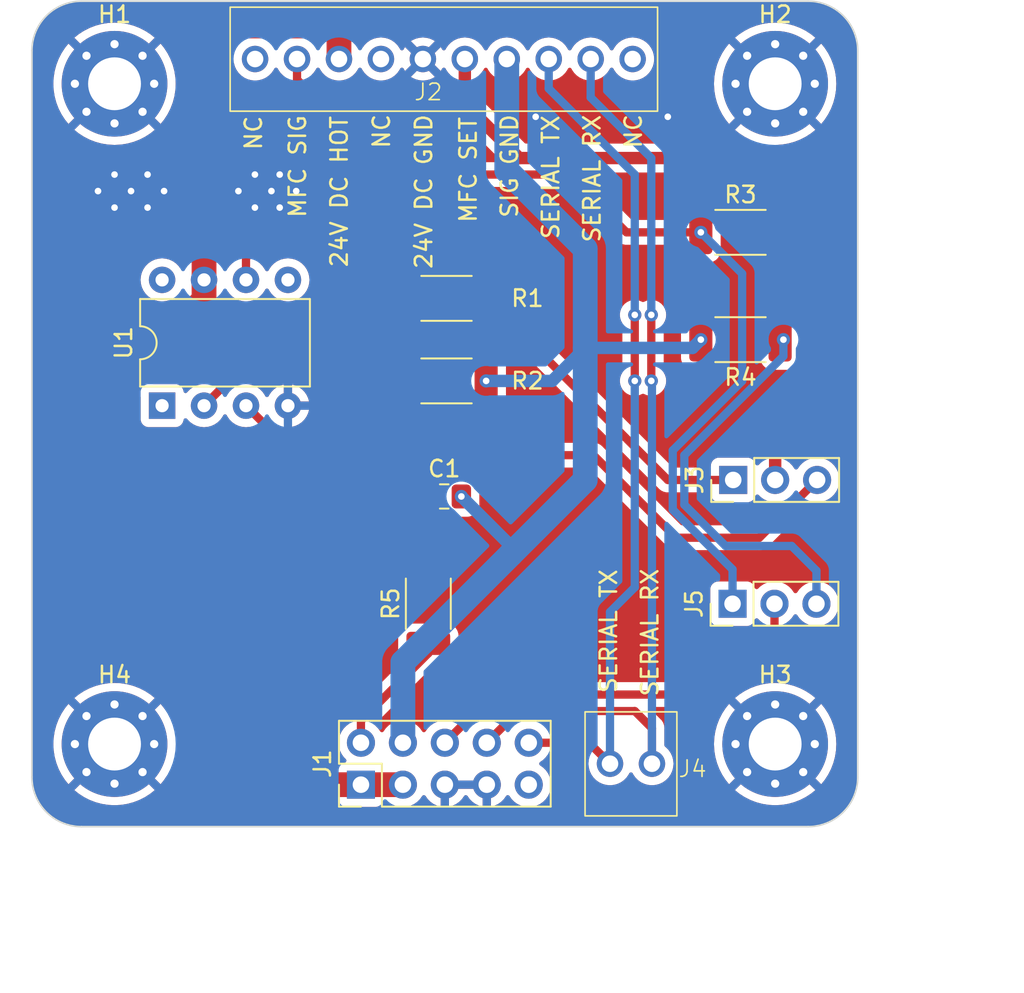
<source format=kicad_pcb>
(kicad_pcb (version 20221018) (generator pcbnew)
  (layers (0 "F.Cu" signal) (31 "B.Cu" signal) (34 "B.Paste" user) (35 "F.Paste" user) (36 "B.SilkS" user "B.Silkscreen") (37 "F.SilkS" user "F.Silkscreen") (38 "B.Mask" user) (39 "F.Mask" user) (44 "Edge.Cuts" user))
  (net 0 "")
  (net 1 "24VDC_GND")
  (net 2 "24VDC_HOT")
  (net 3 "MFC_serialTX")
  (net 4 "MFC_serialRX")
  (net 5 "arduino_GND")
  (net 6 "MFC_setpoint_arduino")
  (net 7 "MFC_actual_arduino")
  (net 10 "MFC_actual")
  (net 12 "MFC_setpoint")
  (net 14 "MFC_setpoint_amplified")
  (net 15 "MFC_actual_divided")
  (net 16 "Net-(U1--)")
  (net 20 "MFC_setpoint_filtered")
  (footprint "customFootprints:multicomp_screwTerminal_10Way_MP008518" (layer "F.Cu") (at 12 0.36)
    (fp_text reference "J2" (at 12 5.14 unlocked) (layer "F.SilkS") (effects (font (thickness 0.1))))
    (fp_text value "Conn_01x10")
    (fp_rect (start 0 0) (end 25.88 6.3) (stroke (width 0.1)) (fill none) (layer "F.SilkS"))
    (pad "1" thru_hole circle (at 1.51 3.14) (size 1.6 1.6) (drill 1) (layers "*.Cu" "*.Mask"))
    (pad "2" thru_hole circle (at 4.05 3.14) (size 1.6 1.6) (drill 1) (layers "*.Cu" "*.Mask") (net 10 "MFC_actual"))
    (pad "3" thru_hole circle (at 6.59 3.14) (size 1.6 1.6) (drill 1) (layers "*.Cu" "*.Mask") (net 2 "24VDC_HOT"))
    (pad "4" thru_hole circle (at 9.13 3.14) (size 1.6 1.6) (drill 1) (layers "*.Cu" "*.Mask"))
    (pad "5" thru_hole circle (at 11.67 3.14) (size 1.6 1.6) (drill 1) (layers "*.Cu" "*.Mask") (net 1 "24VDC_GND"))
    (pad "6" thru_hole circle (at 14.21 3.14) (size 1.6 1.6) (drill 1) (layers "*.Cu" "*.Mask") (net 12 "MFC_setpoint"))
    (pad "7" thru_hole circle (at 16.75 3.14) (size 1.6 1.6) (drill 1) (layers "*.Cu" "*.Mask") (net 5 "arduino_GND"))
    (pad "8" thru_hole circle (at 19.29 3.14) (size 1.6 1.6) (drill 1) (layers "*.Cu" "*.Mask") (net 3 "MFC_serialTX"))
    (pad "9" thru_hole circle (at 21.83 3.14) (size 1.6 1.6) (drill 1) (layers "*.Cu" "*.Mask") (net 4 "MFC_serialRX"))
    (pad "10" thru_hole circle (at 24.37 3.14) (size 1.6 1.6) (drill 1) (layers "*.Cu" "*.Mask"))
  )
  (footprint "customFootprints:multicomp_screwTerminal_2Way_MP008513" (layer "F.Cu") (at 33.49 43.05)
    (fp_text reference "J4" (at 6.51 3.45 unlocked) (layer "F.SilkS") (effects (font (thickness 0.1))))
    (fp_text value "Conn_01x02")
    (fp_rect (start 0 0) (end 5.56 6.3) (stroke (width 0.1)) (fill none) (layer "F.SilkS"))
    (pad "1" thru_hole circle (at 1.51 3.14) (size 1.6 1.6) (drill 1) (layers "*.Cu" "*.Mask") (net 3 "MFC_serialTX"))
    (pad "2" thru_hole circle (at 4.05 3.14) (size 1.6 1.6) (drill 1) (layers "*.Cu" "*.Mask") (net 4 "MFC_serialRX"))
  )
  (footprint "Resistor_SMD:R_2010_5025Metric_Pad1.40x2.65mm_HandSolder" (layer "F.Cu") (at 42.9 14)
    (fp_text reference "R3" (at 0 -2.28) (layer "F.SilkS"))
    (fp_text value "R1M")
    (fp_line (start -1.527064 -1.36) (end 1.527064 -1.36) (stroke (width 0.12)) (layer "F.SilkS"))
    (fp_line (start -1.527064 1.36) (end 1.527064 1.36) (stroke (width 0.12)) (layer "F.SilkS"))
    (pad "1" smd roundrect (at -2.4 0) (size 1.4 2.65) (layers "F.Cu" "F.Paste" "F.Mask") (roundrect_rratio 0.1785707143) (net 10 "MFC_actual"))
    (pad "2" smd roundrect (at 2.4 0) (size 1.4 2.65) (layers "F.Cu" "F.Paste" "F.Mask") (roundrect_rratio 0.1785707143) (net 15 "MFC_actual_divided"))
  )
  (footprint "Package_DIP:DIP-8_W7.62mm" (layer "F.Cu") (at 7.88 24.5 90)
    (fp_text reference "U1" (at 3.81 -2.33 90) (layer "F.SilkS"))
    (fp_text value "AD797")
    (fp_line (start 1.16 -1.33) (end 1.16 8.95) (stroke (width 0.12)) (layer "F.SilkS"))
    (fp_line (start 1.16 8.95) (end 6.46 8.95) (stroke (width 0.12)) (layer "F.SilkS"))
    (fp_line (start 2.81 -1.33) (end 1.16 -1.33) (stroke (width 0.12)) (layer "F.SilkS"))
    (fp_line (start 6.46 -1.33) (end 4.81 -1.33) (stroke (width 0.12)) (layer "F.SilkS"))
    (fp_line (start 6.46 8.95) (end 6.46 -1.33) (stroke (width 0.12)) (layer "F.SilkS"))
    (fp_arc (start 4.81 -1.33) (mid 3.81 -0.33) (end 2.81 -1.33) (stroke (width 0.12)) (layer "F.SilkS"))
    (pad "1" thru_hole rect (at 0 0 90) (size 1.6 1.6) (drill 0.8) (layers "*.Cu" "*.Mask"))
    (pad "2" thru_hole oval (at 0 2.54 90) (size 1.6 1.6) (drill 0.8) (layers "*.Cu" "*.Mask") (net 16 "Net-(U1--)"))
    (pad "3" thru_hole oval (at 0 5.08 90) (size 1.6 1.6) (drill 0.8) (layers "*.Cu" "*.Mask") (net 20 "MFC_setpoint_filtered"))
    (pad "4" thru_hole oval (at 0 7.62 90) (size 1.6 1.6) (drill 0.8) (layers "*.Cu" "*.Mask") (net 1 "24VDC_GND"))
    (pad "5" thru_hole oval (at 7.62 7.62 90) (size 1.6 1.6) (drill 0.8) (layers "*.Cu" "*.Mask"))
    (pad "6" thru_hole oval (at 7.62 5.08 90) (size 1.6 1.6) (drill 0.8) (layers "*.Cu" "*.Mask") (net 14 "MFC_setpoint_amplified"))
    (pad "7" thru_hole oval (at 7.62 2.54 90) (size 1.6 1.6) (drill 0.8) (layers "*.Cu" "*.Mask") (net 2 "24VDC_HOT"))
    (pad "8" thru_hole oval (at 7.62 0 90) (size 1.6 1.6) (drill 0.8) (layers "*.Cu" "*.Mask"))
  )
  (footprint "Connector_PinHeader_2.54mm:PinHeader_2x05_P2.54mm_Vertical" (layer "F.Cu") (at 19.92 47.46 90)
    (fp_text reference "J1" (at 1.27 -2.33 90) (layer "F.SilkS"))
    (fp_text value "Conn_02x05_Odd_Even")
    (fp_line (start -1.33 -1.33) (end 0 -1.33) (stroke (width 0.12)) (layer "F.SilkS"))
    (fp_line (start -1.33 0) (end -1.33 -1.33) (stroke (width 0.12)) (layer "F.SilkS"))
    (fp_line (start -1.33 1.27) (end -1.33 11.49) (stroke (width 0.12)) (layer "F.SilkS"))
    (fp_line (start -1.33 1.27) (end 1.27 1.27) (stroke (width 0.12)) (layer "F.SilkS"))
    (fp_line (start -1.33 11.49) (end 3.87 11.49) (stroke (width 0.12)) (layer "F.SilkS"))
    (fp_line (start 1.27 -1.33) (end 3.87 -1.33) (stroke (width 0.12)) (layer "F.SilkS"))
    (fp_line (start 1.27 1.27) (end 1.27 -1.33) (stroke (width 0.12)) (layer "F.SilkS"))
    (fp_line (start 3.87 -1.33) (end 3.87 11.49) (stroke (width 0.12)) (layer "F.SilkS"))
    (pad "1" thru_hole rect (at 0 0 90) (size 1.7 1.7) (drill 1) (layers "*.Cu" "*.Mask") (net 2 "24VDC_HOT"))
    (pad "2" thru_hole oval (at 2.54 0 90) (size 1.7 1.7) (drill 1) (layers "*.Cu" "*.Mask") (net 6 "MFC_setpoint_arduino"))
    (pad "3" thru_hole oval (at 0 2.54 90) (size 1.7 1.7) (drill 1) (layers "*.Cu" "*.Mask") (net 2 "24VDC_HOT"))
    (pad "4" thru_hole oval (at 2.54 2.54 90) (size 1.7 1.7) (drill 1) (layers "*.Cu" "*.Mask") (net 5 "arduino_GND"))
    (pad "5" thru_hole oval (at 0 5.08 90) (size 1.7 1.7) (drill 1) (layers "*.Cu" "*.Mask") (net 1 "24VDC_GND"))
    (pad "6" thru_hole oval (at 2.54 5.08 90) (size 1.7 1.7) (drill 1) (layers "*.Cu" "*.Mask") (net 7 "MFC_actual_arduino"))
    (pad "7" thru_hole oval (at 0 7.62 90) (size 1.7 1.7) (drill 1) (layers "*.Cu" "*.Mask") (net 1 "24VDC_GND"))
    (pad "8" thru_hole oval (at 2.54 7.62 90) (size 1.7 1.7) (drill 1) (layers "*.Cu" "*.Mask") (net 4 "MFC_serialRX"))
    (pad "9" thru_hole oval (at 0 10.16 90) (size 1.7 1.7) (drill 1) (layers "*.Cu" "*.Mask"))
    (pad "10" thru_hole oval (at 2.54 10.16 90) (size 1.7 1.7) (drill 1) (layers "*.Cu" "*.Mask") (net 3 "MFC_serialTX"))
  )
  (footprint "MountingHole:MountingHole_3.2mm_M3_Pad_Via" (layer "F.Cu") (at 5 45)
    (fp_text reference "H4" (at 0 -4.2) (layer "F.SilkS"))
    (fp_text value "MountingHole_Pad")
    (pad "1" thru_hole circle (at -2.4 0) (size 0.8 0.8) (drill 0.5) (layers "*.Cu" "*.Mask") (net 1 "24VDC_GND"))
    (pad "1" thru_hole circle (at -1.697056 -1.697056) (size 0.8 0.8) (drill 0.5) (layers "*.Cu" "*.Mask") (net 1 "24VDC_GND"))
    (pad "1" thru_hole circle (at -1.697056 1.697056) (size 0.8 0.8) (drill 0.5) (layers "*.Cu" "*.Mask") (net 1 "24VDC_GND"))
    (pad "1" thru_hole circle (at 0 -2.4) (size 0.8 0.8) (drill 0.5) (layers "*.Cu" "*.Mask") (net 1 "24VDC_GND"))
    (pad "1" thru_hole circle (at 0 0) (size 6.4 6.4) (drill 3.2) (layers "*.Cu" "*.Mask") (net 1 "24VDC_GND"))
    (pad "1" thru_hole circle (at 0 2.4) (size 0.8 0.8) (drill 0.5) (layers "*.Cu" "*.Mask") (net 1 "24VDC_GND"))
    (pad "1" thru_hole circle (at 1.697056 -1.697056) (size 0.8 0.8) (drill 0.5) (layers "*.Cu" "*.Mask") (net 1 "24VDC_GND"))
    (pad "1" thru_hole circle (at 1.697056 1.697056) (size 0.8 0.8) (drill 0.5) (layers "*.Cu" "*.Mask") (net 1 "24VDC_GND"))
    (pad "1" thru_hole circle (at 2.4 0) (size 0.8 0.8) (drill 0.5) (layers "*.Cu" "*.Mask") (net 1 "24VDC_GND"))
  )
  (footprint "Connector_PinHeader_2.54mm:PinHeader_1x03_P2.54mm_Vertical" (layer "F.Cu") (at 42.46 29 90)
    (fp_text reference "J3" (at 0 -2.33 90) (layer "F.SilkS"))
    (fp_text value "Conn_01x03")
    (fp_line (start -1.33 -1.33) (end 0 -1.33) (stroke (width 0.12)) (layer "F.SilkS"))
    (fp_line (start -1.33 0) (end -1.33 -1.33) (stroke (width 0.12)) (layer "F.SilkS"))
    (fp_line (start -1.33 1.27) (end -1.33 6.41) (stroke (width 0.12)) (layer "F.SilkS"))
    (fp_line (start -1.33 1.27) (end 1.33 1.27) (stroke (width 0.12)) (layer "F.SilkS"))
    (fp_line (start -1.33 6.41) (end 1.33 6.41) (stroke (width 0.12)) (layer "F.SilkS"))
    (fp_line (start 1.33 1.27) (end 1.33 6.41) (stroke (width 0.12)) (layer "F.SilkS"))
    (pad "1" thru_hole rect (at 0 0 90) (size 1.7 1.7) (drill 1) (layers "*.Cu" "*.Mask") (net 14 "MFC_setpoint_amplified"))
    (pad "2" thru_hole oval (at 0 2.54 90) (size 1.7 1.7) (drill 1) (layers "*.Cu" "*.Mask") (net 12 "MFC_setpoint"))
    (pad "3" thru_hole oval (at 0 5.08 90) (size 1.7 1.7) (drill 1) (layers "*.Cu" "*.Mask") (net 20 "MFC_setpoint_filtered"))
  )
  (footprint "Resistor_SMD:R_2010_5025Metric_Pad1.40x2.65mm_HandSolder" (layer "F.Cu") (at 25.1 18)
    (fp_text reference "R1" (at 4.9 0) (layer "F.SilkS"))
    (fp_text value "R1M")
    (fp_line (start -1.527064 -1.36) (end 1.527064 -1.36) (stroke (width 0.12)) (layer "F.SilkS"))
    (fp_line (start -1.527064 1.36) (end 1.527064 1.36) (stroke (width 0.12)) (layer "F.SilkS"))
    (pad "1" smd roundrect (at -2.4 0) (size 1.4 2.65) (layers "F.Cu" "F.Paste" "F.Mask") (roundrect_rratio 0.1785707143) (net 16 "Net-(U1--)"))
    (pad "2" smd roundrect (at 2.4 0) (size 1.4 2.65) (layers "F.Cu" "F.Paste" "F.Mask") (roundrect_rratio 0.1785707143) (net 14 "MFC_setpoint_amplified"))
  )
  (footprint "Resistor_SMD:R_2010_5025Metric_Pad1.40x2.65mm_HandSolder" (layer "F.Cu") (at 25.1 23)
    (fp_text reference "R2" (at 4.9 0) (layer "F.SilkS"))
    (fp_text value "R1M")
    (fp_line (start -1.527064 -1.36) (end 1.527064 -1.36) (stroke (width 0.12)) (layer "F.SilkS"))
    (fp_line (start -1.527064 1.36) (end 1.527064 1.36) (stroke (width 0.12)) (layer "F.SilkS"))
    (pad "1" smd roundrect (at -2.4 0) (size 1.4 2.65) (layers "F.Cu" "F.Paste" "F.Mask") (roundrect_rratio 0.1785707143) (net 16 "Net-(U1--)"))
    (pad "2" smd roundrect (at 2.4 0) (size 1.4 2.65) (layers "F.Cu" "F.Paste" "F.Mask") (roundrect_rratio 0.1785707143) (net 5 "arduino_GND"))
  )
  (footprint "Resistor_SMD:R_2010_5025Metric_Pad1.40x2.65mm_HandSolder" (layer "F.Cu") (at 42.9 20.5 180)
    (fp_text reference "R4" (at 0 -2.28) (layer "F.SilkS"))
    (fp_text value "R1M")
    (fp_line (start -1.527064 -1.36) (end 1.527064 -1.36) (stroke (width 0.12)) (layer "F.SilkS"))
    (fp_line (start -1.527064 1.36) (end 1.527064 1.36) (stroke (width 0.12)) (layer "F.SilkS"))
    (pad "1" smd roundrect (at -2.4 0 180) (size 1.4 2.65) (layers "F.Cu" "F.Paste" "F.Mask") (roundrect_rratio 0.1785707143) (net 15 "MFC_actual_divided"))
    (pad "2" smd roundrect (at 2.4 0 180) (size 1.4 2.65) (layers "F.Cu" "F.Paste" "F.Mask") (roundrect_rratio 0.1785707143) (net 5 "arduino_GND"))
  )
  (footprint "Capacitor_SMD:C_0805_2012Metric_Pad1.18x1.45mm_HandSolder" (layer "F.Cu") (at 24.9625 30)
    (fp_text reference "C1" (at 0 -1.68) (layer "F.SilkS"))
    (fp_text value "C3000pF")
    (fp_line (start -0.261252 -0.735) (end 0.261252 -0.735) (stroke (width 0.12)) (layer "F.SilkS"))
    (fp_line (start -0.261252 0.735) (end 0.261252 0.735) (stroke (width 0.12)) (layer "F.SilkS"))
    (pad "1" smd roundrect (at -1.0375 0) (size 1.175 1.45) (layers "F.Cu" "F.Paste" "F.Mask") (roundrect_rratio 0.2127659574) (net 20 "MFC_setpoint_filtered"))
    (pad "2" smd roundrect (at 1.0375 0) (size 1.175 1.45) (layers "F.Cu" "F.Paste" "F.Mask") (roundrect_rratio 0.2127659574) (net 5 "arduino_GND"))
  )
  (footprint "MountingHole:MountingHole_3.2mm_M3_Pad_Via" (layer "F.Cu") (at 5 5)
    (fp_text reference "H1" (at 0 -4.2) (layer "F.SilkS"))
    (fp_text value "MountingHole_Pad")
    (pad "1" thru_hole circle (at -2.4 0) (size 0.8 0.8) (drill 0.5) (layers "*.Cu" "*.Mask") (net 1 "24VDC_GND"))
    (pad "1" thru_hole circle (at -1.697056 -1.697056) (size 0.8 0.8) (drill 0.5) (layers "*.Cu" "*.Mask") (net 1 "24VDC_GND"))
    (pad "1" thru_hole circle (at -1.697056 1.697056) (size 0.8 0.8) (drill 0.5) (layers "*.Cu" "*.Mask") (net 1 "24VDC_GND"))
    (pad "1" thru_hole circle (at 0 -2.4) (size 0.8 0.8) (drill 0.5) (layers "*.Cu" "*.Mask") (net 1 "24VDC_GND"))
    (pad "1" thru_hole circle (at 0 0) (size 6.4 6.4) (drill 3.2) (layers "*.Cu" "*.Mask") (net 1 "24VDC_GND"))
    (pad "1" thru_hole circle (at 0 2.4) (size 0.8 0.8) (drill 0.5) (layers "*.Cu" "*.Mask") (net 1 "24VDC_GND"))
    (pad "1" thru_hole circle (at 1.697056 -1.697056) (size 0.8 0.8) (drill 0.5) (layers "*.Cu" "*.Mask") (net 1 "24VDC_GND"))
    (pad "1" thru_hole circle (at 1.697056 1.697056) (size 0.8 0.8) (drill 0.5) (layers "*.Cu" "*.Mask") (net 1 "24VDC_GND"))
    (pad "1" thru_hole circle (at 2.4 0) (size 0.8 0.8) (drill 0.5) (layers "*.Cu" "*.Mask") (net 1 "24VDC_GND"))
  )
  (footprint "Resistor_SMD:R_2010_5025Metric_Pad1.40x2.65mm_HandSolder" (layer "F.Cu") (at 24 36.5 90)
    (fp_text reference "R5" (at 0 -2.28 90) (layer "F.SilkS"))
    (fp_text value "R10k")
    (fp_line (start -1.527064 -1.36) (end 1.527064 -1.36) (stroke (width 0.12)) (layer "F.SilkS"))
    (fp_line (start -1.527064 1.36) (end 1.527064 1.36) (stroke (width 0.12)) (layer "F.SilkS"))
    (pad "1" smd roundrect (at -2.4 0 90) (size 1.4 2.65) (layers "F.Cu" "F.Paste" "F.Mask") (roundrect_rratio 0.1785707143) (net 6 "MFC_setpoint_arduino"))
    (pad "2" smd roundrect (at 2.4 0 90) (size 1.4 2.65) (layers "F.Cu" "F.Paste" "F.Mask") (roundrect_rratio 0.1785707143) (net 20 "MFC_setpoint_filtered"))
  )
  (footprint "MountingHole:MountingHole_3.2mm_M3_Pad_Via" (layer "F.Cu") (at 45 5)
    (fp_text reference "H2" (at 0 -4.2) (layer "F.SilkS"))
    (fp_text value "MountingHole_Pad")
    (pad "1" thru_hole circle (at -2.4 0) (size 0.8 0.8) (drill 0.5) (layers "*.Cu" "*.Mask") (net 1 "24VDC_GND"))
    (pad "1" thru_hole circle (at -1.697056 -1.697056) (size 0.8 0.8) (drill 0.5) (layers "*.Cu" "*.Mask") (net 1 "24VDC_GND"))
    (pad "1" thru_hole circle (at -1.697056 1.697056) (size 0.8 0.8) (drill 0.5) (layers "*.Cu" "*.Mask") (net 1 "24VDC_GND"))
    (pad "1" thru_hole circle (at 0 -2.4) (size 0.8 0.8) (drill 0.5) (layers "*.Cu" "*.Mask") (net 1 "24VDC_GND"))
    (pad "1" thru_hole circle (at 0 0) (size 6.4 6.4) (drill 3.2) (layers "*.Cu" "*.Mask") (net 1 "24VDC_GND"))
    (pad "1" thru_hole circle (at 0 2.4) (size 0.8 0.8) (drill 0.5) (layers "*.Cu" "*.Mask") (net 1 "24VDC_GND"))
    (pad "1" thru_hole circle (at 1.697056 -1.697056) (size 0.8 0.8) (drill 0.5) (layers "*.Cu" "*.Mask") (net 1 "24VDC_GND"))
    (pad "1" thru_hole circle (at 1.697056 1.697056) (size 0.8 0.8) (drill 0.5) (layers "*.Cu" "*.Mask") (net 1 "24VDC_GND"))
    (pad "1" thru_hole circle (at 2.4 0) (size 0.8 0.8) (drill 0.5) (layers "*.Cu" "*.Mask") (net 1 "24VDC_GND"))
  )
  (footprint "Connector_PinHeader_2.54mm:PinHeader_1x03_P2.54mm_Vertical" (layer "F.Cu") (at 42.42 36.5 90)
    (fp_text reference "J5" (at 0 -2.33 90) (layer "F.SilkS"))
    (fp_text value "Conn_01x03")
    (fp_line (start -1.33 -1.33) (end 0 -1.33) (stroke (width 0.12)) (layer "F.SilkS"))
    (fp_line (start -1.33 0) (end -1.33 -1.33) (stroke (width 0.12)) (layer "F.SilkS"))
    (fp_line (start -1.33 1.27) (end -1.33 6.41) (stroke (width 0.12)) (layer "F.SilkS"))
    (fp_line (start -1.33 1.27) (end 1.33 1.27) (stroke (width 0.12)) (layer "F.SilkS"))
    (fp_line (start -1.33 6.41) (end 1.33 6.41) (stroke (width 0.12)) (layer "F.SilkS"))
    (fp_line (start 1.33 1.27) (end 1.33 6.41) (stroke (width 0.12)) (layer "F.SilkS"))
    (pad "1" thru_hole rect (at 0 0 90) (size 1.7 1.7) (drill 1) (layers "*.Cu" "*.Mask") (net 10 "MFC_actual"))
    (pad "2" thru_hole oval (at 0 2.54 90) (size 1.7 1.7) (drill 1) (layers "*.Cu" "*.Mask") (net 7 "MFC_actual_arduino"))
    (pad "3" thru_hole oval (at 0 5.08 90) (size 1.7 1.7) (drill 1) (layers "*.Cu" "*.Mask") (net 15 "MFC_actual_divided"))
  )
  (footprint "MountingHole:MountingHole_3.2mm_M3_Pad_Via" (layer "F.Cu") (at 45 45)
    (fp_text reference "H3" (at 0 -4.2) (layer "F.SilkS"))
    (fp_text value "MountingHole_Pad")
    (pad "1" thru_hole circle (at -2.4 0) (size 0.8 0.8) (drill 0.5) (layers "*.Cu" "*.Mask") (net 1 "24VDC_GND"))
    (pad "1" thru_hole circle (at -1.697056 -1.697056) (size 0.8 0.8) (drill 0.5) (layers "*.Cu" "*.Mask") (net 1 "24VDC_GND"))
    (pad "1" thru_hole circle (at -1.697056 1.697056) (size 0.8 0.8) (drill 0.5) (layers "*.Cu" "*.Mask") (net 1 "24VDC_GND"))
    (pad "1" thru_hole circle (at 0 -2.4) (size 0.8 0.8) (drill 0.5) (layers "*.Cu" "*.Mask") (net 1 "24VDC_GND"))
    (pad "1" thru_hole circle (at 0 0) (size 6.4 6.4) (drill 3.2) (layers "*.Cu" "*.Mask") (net 1 "24VDC_GND"))
    (pad "1" thru_hole circle (at 0 2.4) (size 0.8 0.8) (drill 0.5) (layers "*.Cu" "*.Mask") (net 1 "24VDC_GND"))
    (pad "1" thru_hole circle (at 1.697056 -1.697056) (size 0.8 0.8) (drill 0.5) (layers "*.Cu" "*.Mask") (net 1 "24VDC_GND"))
    (pad "1" thru_hole circle (at 1.697056 1.697056) (size 0.8 0.8) (drill 0.5) (layers "*.Cu" "*.Mask") (net 1 "24VDC_GND"))
    (pad "1" thru_hole circle (at 2.4 0) (size 0.8 0.8) (drill 0.5) (layers "*.Cu" "*.Mask") (net 1 "24VDC_GND"))
  )
  (gr_line (start 3 0) (end 47 0) (stroke (width 0.1)) (layer "Edge.Cuts"))
  (gr_line (start 0 47) (end 0 3) (stroke (width 0.1)) (layer "Edge.Cuts"))
  (gr_line (start 47 50) (end 3 50) (stroke (width 0.1)) (layer "Edge.Cuts"))
  (gr_arc (start 50 47) (mid 49.12132 49.12132) (end 47 50) (stroke (width 0.1)) (layer "Edge.Cuts"))
  (gr_arc (start 0 3) (mid 0.87868 0.87868) (end 3 0) (stroke (width 0.1)) (layer "Edge.Cuts"))
  (gr_arc (start 47 0) (mid 49.12132 0.87868) (end 50 3) (stroke (width 0.1)) (layer "Edge.Cuts"))
  (gr_line (start 50 3) (end 50 47) (stroke (width 0.1)) (layer "Edge.Cuts"))
  (gr_arc (start 3 50) (mid 0.87868 49.12132) (end 0 47) (stroke (width 0.1)) (layer "Edge.Cuts"))
  (gr_text "NC" (at 37 9 90) (layer "F.SilkS") (effects (font (size 1 1)) (justify left bottom)))
  (gr_text "NC" (at 21.75 9 90) (layer "F.SilkS") (effects (font (size 1 1)) (justify left bottom)))
  (gr_text "SERIAL RX" (at 34.5 14.7 90) (layer "F.SilkS") (effects (font (size 1 1)) (justify left bottom)))
  (gr_text "SERIAL RX" (at 38 42.2 90) (layer "F.SilkS") (effects (font (size 1 1)) (justify left bottom)))
  (gr_text "24V DC HOT" (at 19.19 16.2 90) (layer "F.SilkS") (effects (font (size 1 1)) (justify left bottom)))
  (gr_text "SERIAL TX" (at 32 14.5 90) (layer "F.SilkS") (effects (font (size 1 1)) (justify left bottom)))
  (gr_text "MFC SET" (at 27 13.5 90) (layer "F.SilkS") (effects (font (size 1 1)) (justify left bottom)))
  (gr_text "SERIAL TX" (at 35.5 42 90) (layer "F.SilkS") (effects (font (size 1 1)) (justify left bottom)))
  (gr_text "SIG GND" (at 29.5 13.2 90) (layer "F.SilkS") (effects (font (size 1 1)) (justify left bottom)))
  (gr_text "24V DC GND" (at 24.31 16.3 90) (layer "F.SilkS") (effects (font (size 1 1)) (justify left bottom)))
  (gr_text "NC" (at 14 9.1 90) (layer "F.SilkS") (effects (font (size 1 1)) (justify left bottom)))
  (gr_text "MFC SIG" (at 16.67 13.2 90) (layer "F.SilkS") (effects (font (size 1 1)) (justify left bottom)))
  (segment (start 30.5 7) (end 38.5 7) (width 0.5) (layer "F.Cu") (net 1))
  (via (at 15 10.5) (size 0.8) (drill 0.4) (layers "F.Cu" "B.Cu") (net 1))
  (via (at 30.5 7) (size 0.8) (drill 0.4) (layers "F.Cu" "B.Cu") (net 1))
  (via (at 6 11.5) (size 0.8) (drill 0.4) (layers "F.Cu" "B.Cu") (net 1))
  (via (at 13.5 12.5) (size 0.8) (drill 0.4) (layers "F.Cu" "B.Cu") (net 1))
  (via (at 5 12.5) (size 0.8) (drill 0.4) (layers "F.Cu" "B.Cu") (net 1))
  (via (at 7 12.5) (size 0.8) (drill 0.4) (layers "F.Cu" "B.Cu") (net 1))
  (via (at 15 12.5) (size 0.8) (drill 0.4) (layers "F.Cu" "B.Cu") (net 1))
  (via (at 13.5 10.5) (size 0.8) (drill 0.4) (layers "F.Cu" "B.Cu") (net 1))
  (via (at 7 10.5) (size 0.8) (drill 0.4) (layers "F.Cu" "B.Cu") (net 1))
  (via (at 38.5 7) (size 0.8) (drill 0.4) (layers "F.Cu" "B.Cu") (net 1))
  (via (at 5 10.5) (size 0.8) (drill 0.4) (layers "F.Cu" "B.Cu") (net 1))
  (via (at 12.5 11.5) (size 0.8) (drill 0.4) (layers "F.Cu" "B.Cu") (net 1))
  (via (at 4 11.5) (size 0.8) (drill 0.4) (layers "F.Cu" "B.Cu") (net 1))
  (via (at 16 11.5) (size 0.8) (drill 0.4) (layers "F.Cu" "B.Cu") (net 1))
  (via (at 14.5 11.5) (size 0.8) (drill 0.4) (layers "F.Cu" "B.Cu") (net 1))
  (via (at 8 11.5) (size 0.8) (drill 0.4) (layers "F.Cu" "B.Cu") (net 1))
  (segment (start 4 11.5) (end 16 11.5) (width 2.5) (layer "B.Cu") (net 1))
  (segment (start 10.42 18.08) (end 5 23.5) (width 1.5) (layer "F.Cu") (net 2))
  (segment (start 10.42 16.88) (end 10.42 18.08) (width 1.5) (layer "F.Cu") (net 2))
  (segment (start 10.46 47.46) (end 22.46 47.46) (width 1.5) (layer "F.Cu") (net 2))
  (segment (start 5 37.5) (end 9.5 42) (width 1.5) (layer "F.Cu") (net 2))
  (segment (start 10.42 3.58) (end 12.5 1.5) (width 1.5) (layer "F.Cu") (net 2))
  (segment (start 12.5 1.5) (end 18.5 1.5) (width 1.5) (layer "F.Cu") (net 2))
  (segment (start 5 23.5) (end 5 37.5) (width 1.5) (layer "F.Cu") (net 2))
  (segment (start 18.59 1.59) (end 18.59 3.5) (width 1.5) (layer "F.Cu") (net 2))
  (segment (start 18.5 1.5) (end 18.59 1.59) (width 1.5) (layer "F.Cu") (net 2))
  (segment (start 9.5 46.5) (end 10.46 47.46) (width 1.5) (layer "F.Cu") (net 2))
  (segment (start 10.42 16.88) (end 10.42 3.58) (width 1.5) (layer "F.Cu") (net 2))
  (segment (start 9.5 42) (end 9.5 46.5) (width 1.5) (layer "F.Cu") (net 2))
  (segment (start 36.5 19) (end 36.5 23) (width 0.5) (layer "F.Cu") (net 3))
  (segment (start 30.08 44.92) (end 33.73 44.92) (width 0.5) (layer "F.Cu") (net 3))
  (segment (start 33.73 44.92) (end 35 46.19) (width 0.5) (layer "F.Cu") (net 3))
  (via (at 36.5 23) (size 0.8) (drill 0.4) (layers "F.Cu" "B.Cu") (net 3))
  (via (at 36.5 19) (size 0.8) (drill 0.4) (layers "F.Cu" "B.Cu") (net 3))
  (segment (start 36.5 23) (end 36.5 35.5) (width 0.5) (layer "B.Cu") (net 3))
  (segment (start 36.5 10.5) (end 36.5 19) (width 0.5) (layer "B.Cu") (net 3))
  (segment (start 35 37) (end 36.5 35.5) (width 0.5) (layer "B.Cu") (net 3))
  (segment (start 35 46.19) (end 35 37) (width 0.5) (layer "B.Cu") (net 3))
  (segment (start 31.29 3.5) (end 31.29 5.29) (width 0.5) (layer "B.Cu") (net 3))
  (segment (start 31.29 5.29) (end 36.5 10.5) (width 0.5) (layer "B.Cu") (net 3))
  (segment (start 37.54 44.04) (end 37.54 46.19) (width 0.5) (layer "F.Cu") (net 4))
  (segment (start 27.54 44.92) (end 29.46 43) (width 0.5) (layer "F.Cu") (net 4))
  (segment (start 36.5 43) (end 37.54 44.04) (width 0.5) (layer "F.Cu") (net 4))
  (segment (start 29.46 43) (end 36.5 43) (width 0.5) (layer "F.Cu") (net 4))
  (segment (start 37.5 19) (end 37.5 23) (width 0.5) (layer "F.Cu") (net 4))
  (via (at 37.5 23) (size 0.8) (drill 0.4) (layers "F.Cu" "B.Cu") (net 4))
  (via (at 37.5 19) (size 0.8) (drill 0.4) (layers "F.Cu" "B.Cu") (net 4))
  (segment (start 33.83 5.83) (end 37.5 9.5) (width 0.5) (layer "B.Cu") (net 4))
  (segment (start 33.83 3.5) (end 33.83 5.83) (width 0.5) (layer "B.Cu") (net 4))
  (segment (start 37.54 46.19) (end 37.54 23.04) (width 0.5) (layer "B.Cu") (net 4))
  (segment (start 37.54 23.04) (end 37.5 23) (width 0.5) (layer "B.Cu") (net 4))
  (segment (start 37.5 9.5) (end 37.5 19) (width 0.5) (layer "B.Cu") (net 4))
  (via (at 27.5 23) (size 0.8) (drill 0.4) (layers "F.Cu" "B.Cu") (net 5))
  (via (at 26 30) (size 0.8) (drill 0.4) (layers "F.Cu" "B.Cu") (net 5))
  (via (at 40.5 20.5) (size 0.8) (drill 0.4) (layers "F.Cu" "B.Cu") (net 5))
  (segment (start 28.75 10.25) (end 33.5 15) (width 1.5) (layer "B.Cu") (net 5))
  (segment (start 26 36.5) (end 29 33.5) (width 1.5) (layer "B.Cu") (net 5))
  (segment (start 29 33.5) (end 33.5 29) (width 1.5) (layer "B.Cu") (net 5))
  (segment (start 27.5 23) (end 31.5 23) (width 0.75) (layer "B.Cu") (net 5))
  (segment (start 31.5 23) (end 33.5 21) (width 0.75) (layer "B.Cu") (net 5))
  (segment (start 29 33) (end 29 33.5) (width 0.75) (layer "B.Cu") (net 5))
  (segment (start 26 36.5) (end 22.46 40.04) (width 1.5) (layer "B.Cu") (net 5))
  (segment (start 33.5 29) (end 33.5 21) (width 1.5) (layer "B.Cu") (net 5))
  (segment (start 28.75 3.5) (end 28.75 10.25) (width 1.5) (layer "B.Cu") (net 5))
  (segment (start 22.46 40.04) (end 22.46 44.92) (width 1.5) (layer "B.Cu") (net 5))
  (segment (start 26 30) (end 29 33) (width 0.75) (layer "B.Cu") (net 5))
  (segment (start 33.5 21) (end 40 21) (width 0.75) (layer "B.Cu") (net 5))
  (segment (start 40 21) (end 40.5 20.5) (width 0.75) (layer "B.Cu") (net 5))
  (segment (start 33.5 15) (end 33.5 21) (width 1.5) (layer "B.Cu") (net 5))
  (segment (start 19.92 43.58) (end 24 39.5) (width 0.5) (layer "F.Cu") (net 6))
  (segment (start 24 39.5) (end 24 38.9) (width 0.5) (layer "F.Cu") (net 6))
  (segment (start 19.92 44.92) (end 19.92 43.58) (width 0.5) (layer "F.Cu") (net 6))
  (segment (start 27.92 42) (end 30 42) (width 0.5) (layer "F.Cu") (net 7))
  (segment (start 30 42) (end 41 42) (width 0.5) (layer "F.Cu") (net 7))
  (segment (start 25 44.92) (end 27.92 42) (width 0.5) (layer "F.Cu") (net 7))
  (segment (start 44.96 38.04) (end 44.96 36.5) (width 0.5) (layer "F.Cu") (net 7))
  (segment (start 41 42) (end 44.96 38.04) (width 0.5) (layer "F.Cu") (net 7))
  (segment (start 21.8 10.5) (end 32.5 10.5) (width 0.5) (layer "F.Cu") (net 10))
  (segment (start 32.5 10.5) (end 36 14) (width 0.5) (layer "F.Cu") (net 10))
  (segment (start 16.05 3.5) (end 16.05 4.75) (width 0.5) (layer "F.Cu") (net 10))
  (segment (start 36 14) (end 40.5 14) (width 0.5) (layer "F.Cu") (net 10))
  (segment (start 16.05 4.75) (end 21.8 10.5) (width 0.5) (layer "F.Cu") (net 10))
  (via (at 40.5 14) (size 0.8) (drill 0.4) (layers "F.Cu" "B.Cu") (net 10))
  (segment (start 38.8 27.210051) (end 38.8 30.8) (width 0.5) (layer "B.Cu") (net 10))
  (segment (start 43 23.01005) (end 38.8 27.210051) (width 0.5) (layer "B.Cu") (net 10))
  (segment (start 42.42 34.42) (end 42.42 36.5) (width 0.5) (layer "B.Cu") (net 10))
  (segment (start 40.5 14) (end 43 16.5) (width 0.5) (layer "B.Cu") (net 10))
  (segment (start 43 16.5) (end 43 23.01005) (width 0.5) (layer "B.Cu") (net 10))
  (segment (start 38.8 30.8) (end 42.42 34.42) (width 0.5) (layer "B.Cu") (net 10))
  (segment (start 45 29) (end 45 25) (width 0.75) (layer "F.Cu") (net 12))
  (segment (start 47.5 22.5) (end 47.5 12.5) (width 0.75) (layer "F.Cu") (net 12))
  (segment (start 26.21 6.21) (end 26.21 3.5) (width 0.75) (layer "F.Cu") (net 12))
  (segment (start 45 25) (end 47.5 22.5) (width 0.75) (layer "F.Cu") (net 12))
  (segment (start 47.5 12.5) (end 44.5 9.5) (width 0.75) (layer "F.Cu") (net 12))
  (segment (start 44.5 9.5) (end 29.5 9.5) (width 0.75) (layer "F.Cu") (net 12))
  (segment (start 29.5 9.5) (end 26.21 6.21) (width 0.75) (layer "F.Cu") (net 12))
  (segment (start 27.5 15) (end 27.5 18) (width 0.5) (layer "F.Cu") (net 14))
  (segment (start 12.96 16.88) (end 12.96 15.54) (width 0.5) (layer "F.Cu") (net 14))
  (segment (start 12.96 15.54) (end 14.5 14) (width 0.5) (layer "F.Cu") (net 14))
  (segment (start 38.5 29) (end 42.46 29) (width 0.5) (layer "F.Cu") (net 14))
  (segment (start 14.5 14) (end 26.5 14) (width 0.5) (layer "F.Cu") (net 14))
  (segment (start 26.5 14) (end 27.5 15) (width 0.5) (layer "F.Cu") (net 14))
  (segment (start 27.5 18) (end 38.5 29) (width 0.5) (layer "F.Cu") (net 14))
  (segment (start 45.5 14) (end 45.3 14) (width 0.5) (layer "F.Cu") (net 15))
  (segment (start 45.5 20.5) (end 45.5 14) (width 0.5) (layer "F.Cu") (net 15))
  (segment (start 45.3 20.5) (end 45.5 20.5) (width 0.5) (layer "F.Cu") (net 15))
  (via (at 45.5 20.5) (size 0.8) (drill 0.4) (layers "F.Cu" "B.Cu") (net 15))
  (segment (start 46 33) (end 47.5 34.5) (width 0.5) (layer "B.Cu") (net 15))
  (segment (start 42 33) (end 46 33) (width 0.5) (layer "B.Cu") (net 15))
  (segment (start 47.5 34.5) (end 47.5 36.5) (width 0.5) (layer "B.Cu") (net 15))
  (segment (start 39.5 27.5) (end 39.5 30.5) (width 0.5) (layer "B.Cu") (net 15))
  (segment (start 45.5 20.5) (end 45.5 21.5) (width 0.5) (layer "B.Cu") (net 15))
  (segment (start 45.5 21.5) (end 39.5 27.5) (width 0.5) (layer "B.Cu") (net 15))
  (segment (start 39.5 30.5) (end 42 33) (width 0.5) (layer "B.Cu") (net 15))
  (segment (start 18 20.5) (end 14.42 20.5) (width 0.5) (layer "F.Cu") (net 16))
  (segment (start 20.5 23) (end 18 20.5) (width 0.5) (layer "F.Cu") (net 16))
  (segment (start 20.5 18) (end 18 20.5) (width 0.5) (layer "F.Cu") (net 16))
  (segment (start 22.7 23) (end 20.5 23) (width 0.5) (layer "F.Cu") (net 16))
  (segment (start 14.42 20.5) (end 10.42 24.5) (width 0.5) (layer "F.Cu") (net 16))
  (segment (start 22.7 18) (end 20.5 18) (width 0.5) (layer "F.Cu") (net 16))
  (segment (start 18.46 30) (end 12.96 24.5) (width 0.5) (layer "F.Cu") (net 20))
  (segment (start 23.925 30) (end 24 29.925) (width 0.5) (layer "F.Cu") (net 20))
  (segment (start 34 27.5) (end 39 32.5) (width 0.5) (layer "F.Cu") (net 20))
  (segment (start 25 27.5) (end 34 27.5) (width 0.5) (layer "F.Cu") (net 20))
  (segment (start 24 28.5) (end 25 27.5) (width 0.5) (layer "F.Cu") (net 20))
  (segment (start 23.925 30) (end 23.925 34.025) (width 0.5) (layer "F.Cu") (net 20))
  (segment (start 23.925 30) (end 18.46 30) (width 0.5) (layer "F.Cu") (net 20))
  (segment (start 23.925 34.025) (end 24 34.1) (width 0.5) (layer "F.Cu") (net 20))
  (segment (start 44.04 32.5) (end 47.54 29) (width 0.5) (layer "F.Cu") (net 20))
  (segment (start 39 32.5) (end 44.04 32.5) (width 0.5) (layer "F.Cu") (net 20))
  (segment (start 24 29.925) (end 24 28.5) (width 0.5) (layer "F.Cu") (net 20))
  (zone (net 1) (net_name "24VDC_GND") (layers "F&B.Cu") (connect_pads (clearance 0.5)) (min_thickness 0.25) (fill yes (thermal_gap 0.5) (thermal_bridge_width 0.5))
    (polygon (pts (xy 0 0) (xy 50 0) (xy 50 50) (xy 0 50)))
  )
)
</source>
